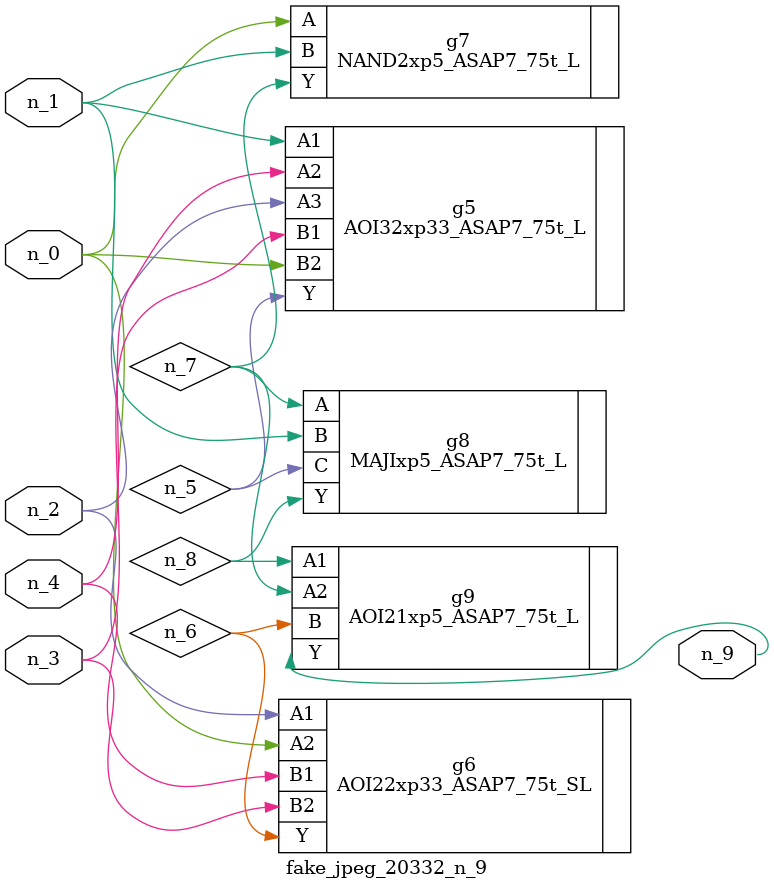
<source format=v>
module fake_jpeg_20332_n_9 (n_3, n_2, n_1, n_0, n_4, n_9);

input n_3;
input n_2;
input n_1;
input n_0;
input n_4;

output n_9;

wire n_8;
wire n_6;
wire n_5;
wire n_7;

AOI32xp33_ASAP7_75t_L g5 ( 
.A1(n_1),
.A2(n_4),
.A3(n_2),
.B1(n_3),
.B2(n_0),
.Y(n_5)
);

AOI22xp33_ASAP7_75t_SL g6 ( 
.A1(n_2),
.A2(n_0),
.B1(n_4),
.B2(n_3),
.Y(n_6)
);

NAND2xp5_ASAP7_75t_L g7 ( 
.A(n_0),
.B(n_1),
.Y(n_7)
);

MAJIxp5_ASAP7_75t_L g8 ( 
.A(n_7),
.B(n_1),
.C(n_5),
.Y(n_8)
);

AOI21xp5_ASAP7_75t_L g9 ( 
.A1(n_8),
.A2(n_7),
.B(n_6),
.Y(n_9)
);


endmodule
</source>
